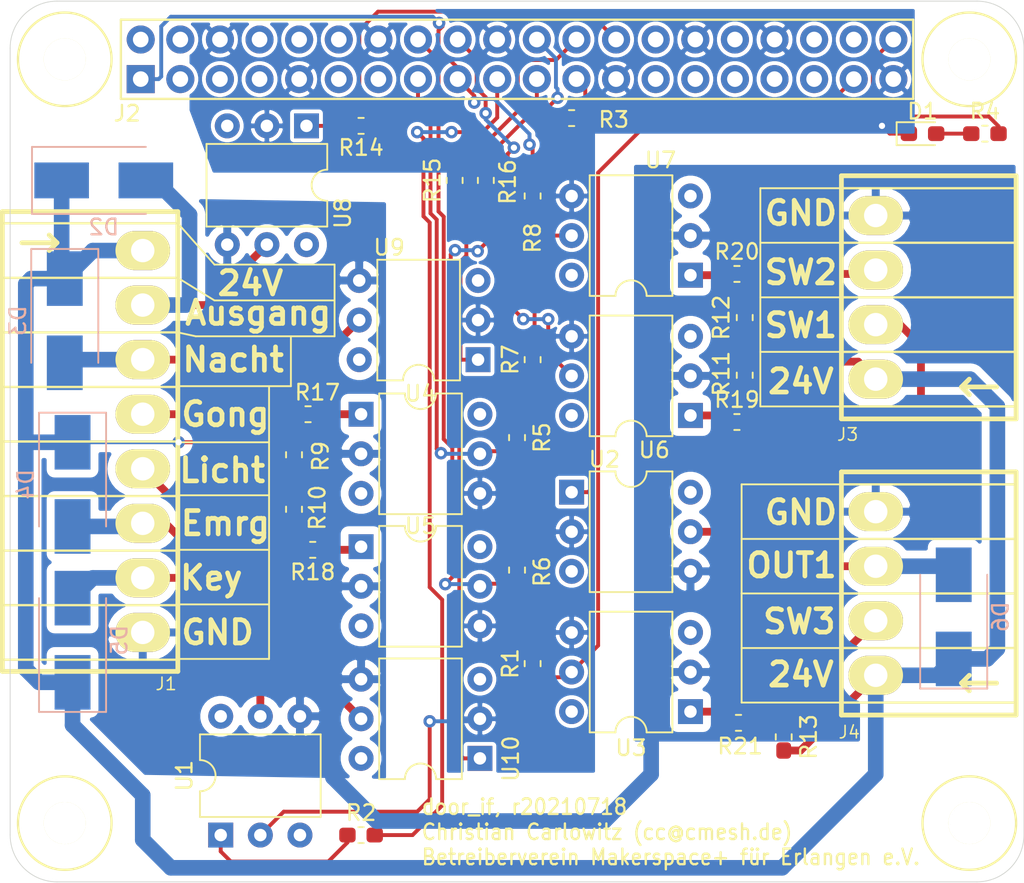
<source format=kicad_pcb>
(kicad_pcb (version 20171130) (host pcbnew 5.1.6-c6e7f7d~87~ubuntu18.04.1)
  (layers (0 F.Cu signal) (31 B.Cu signal) (34 B.Paste user) (35 F.Paste user) (36 B.SilkS user) (37 F.SilkS user) (38 B.Mask user) (39 F.Mask user) (44 Edge.Cuts user))
  (net 0 "")
  (net 1 GND)
  (net 2 "Net-(D1-Pad2)")
  (net 3 Ausgang)
  (net 4 +24V)
  (net 5 Nacht)
  (net 6 Emergency)
  (net 7 Key)
  (net 8 OUT1)
  (net 9 Gong)
  (net 10 Licht)
  (net 11 GNDA)
  (net 12 O_Ausgang)
  (net 13 O_Nacht)
  (net 14 O_Out1)
  (net 15 I_SW2)
  (net 16 O_Emergency)
  (net 17 O_Key)
  (net 18 I_SW1)
  (net 19 +3V3)
  (net 20 I_Licht)
  (net 21 I_Gong)
  (net 22 O_LED)
  (net 23 I_SW3)
  (net 24 SW2)
  (net 25 SW1)
  (net 26 SW3)
  (net 27 "Net-(R2-Pad1)")
  (net 28 "Net-(R3-Pad1)")
  (net 29 "Net-(R14-Pad1)")
  (net 30 "Net-(R15-Pad1)")
  (net 31 "Net-(R16-Pad1)")
  (net 32 "Net-(J2-Pad13)")
  (net 33 "Net-(J2-Pad12)")
  (net 34 "Net-(J2-Pad11)")
  (net 35 "Net-(J2-Pad10)")
  (net 36 "Net-(J2-Pad8)")
  (net 37 "Net-(J2-Pad7)")
  (net 38 "Net-(J2-Pad5)")
  (net 39 "Net-(J2-Pad4)")
  (net 40 "Net-(J2-Pad3)")
  (net 41 "Net-(J2-Pad2)")
  (net 42 "Net-(J2-Pad27)")
  (net 43 "Net-(J2-Pad28)")
  (net 44 "Net-(J2-Pad29)")
  (net 45 "Net-(J2-Pad31)")
  (net 46 "Net-(J2-Pad32)")
  (net 47 "Net-(J2-Pad33)")
  (net 48 "Net-(J2-Pad35)")
  (net 49 "Net-(J2-Pad36)")
  (net 50 "Net-(J2-Pad38)")
  (net 51 "Net-(U1-Pad6)")
  (net 52 "Net-(U1-Pad3)")
  (net 53 "Net-(U2-Pad3)")
  (net 54 "Net-(U2-Pad6)")
  (net 55 "Net-(U3-Pad3)")
  (net 56 "Net-(U3-Pad6)")
  (net 57 "Net-(U4-Pad6)")
  (net 58 "Net-(U4-Pad3)")
  (net 59 "Net-(U5-Pad3)")
  (net 60 "Net-(U5-Pad6)")
  (net 61 "Net-(U6-Pad6)")
  (net 62 "Net-(U6-Pad3)")
  (net 63 "Net-(U7-Pad3)")
  (net 64 "Net-(U7-Pad6)")
  (net 65 "Net-(U8-Pad6)")
  (net 66 "Net-(U8-Pad3)")
  (net 67 "Net-(U9-Pad3)")
  (net 68 "Net-(U9-Pad6)")
  (net 69 "Net-(U10-Pad6)")
  (net 70 "Net-(U10-Pad3)")
  (net 71 "Net-(R17-Pad1)")
  (net 72 "Net-(R18-Pad1)")
  (net 73 "Net-(R19-Pad1)")
  (net 74 "Net-(R20-Pad1)")
  (net 75 "Net-(R21-Pad1)")
  (module LED_SMD:LED_0603_1608Metric_Pad1.05x0.95mm_HandSolder (layer F.Cu) (at 146 67.5)
    (fp_text reference D1 (at 0 -1.43) (layer F.SilkS))
    (fp_text value LED)
    (pad 1 smd roundrect (at -0.875 0) (size 1.05 0.95) (layers F.Cu F.Paste F.Mask) (net 1 GND))
    (pad 2 smd roundrect (at 0.875 0) (size 1.05 0.95) (layers F.Cu F.Paste F.Mask) (net 2 "Net-(D1-Pad2)"))
  )
  (module Diode_SMD:D_SMB_Handsoldering (layer B.Cu) (at 93.5 70.5)
    (fp_text reference D2 (at 0 3) (layer B.SilkS) (effects (justify mirror)))
    (fp_text value MBRS240)
    (pad 2 smd rect (at 2.7 0) (size 3.5 2.3) (layers B.Cu B.Paste B.Mask) (net 3 Ausgang))
    (pad 1 smd rect (at -2.7 0) (size 3.5 2.3) (layers B.Cu B.Paste B.Mask) (net 4 +24V))
  )
  (module Diode_SMD:D_SMB_Handsoldering (layer B.Cu) (at 91 79.5 270)
    (fp_text reference D3 (at 0 3 90) (layer B.SilkS) (effects (justify mirror)))
    (fp_text value MBRS240)
    (pad 1 smd rect (at -2.7 0 270) (size 3.5 2.3) (layers B.Cu B.Paste B.Mask) (net 4 +24V))
    (pad 2 smd rect (at 2.7 0 270) (size 3.5 2.3) (layers B.Cu B.Paste B.Mask) (net 5 Nacht))
  )
  (module Diode_SMD:D_SMB_Handsoldering (layer B.Cu) (at 91.5 90 270)
    (fp_text reference D4 (at 0 3 90) (layer B.SilkS) (effects (justify mirror)))
    (fp_text value MBRS240)
    (pad 2 smd rect (at 2.7 0 270) (size 3.5 2.3) (layers B.Cu B.Paste B.Mask) (net 6 Emergency))
    (pad 1 smd rect (at -2.7 0 270) (size 3.5 2.3) (layers B.Cu B.Paste B.Mask) (net 4 +24V))
  )
  (module Diode_SMD:D_SMB_Handsoldering (layer B.Cu) (at 91.5 100 90)
    (fp_text reference D5 (at 0 3 270) (layer B.SilkS) (effects (justify mirror)))
    (fp_text value MBRS240)
    (pad 1 smd rect (at -2.7 0 90) (size 3.5 2.3) (layers B.Cu B.Paste B.Mask) (net 4 +24V))
    (pad 2 smd rect (at 2.7 0 90) (size 3.5 2.3) (layers B.Cu B.Paste B.Mask) (net 7 Key))
  )
  (module Diode_SMD:D_SMB_Handsoldering (layer B.Cu) (at 148 98.5 90)
    (fp_text reference D6 (at 0 3 270) (layer B.SilkS) (effects (justify mirror)))
    (fp_text value MBRS240)
    (pad 1 smd rect (at -2.7 0 90) (size 3.5 2.3) (layers B.Cu B.Paste B.Mask) (net 4 +24V))
    (pad 2 smd rect (at 2.7 0 90) (size 3.5 2.3) (layers B.Cu B.Paste B.Mask) (net 8 OUT1))
  )
  (module cc_con-lst:con-ria-TYPE_182_169_8PIN (layer F.Cu) (at 96 75 270)
    (fp_text reference J1 (at 27.8 -1.5 180) (layer F.SilkS) (effects (font (size 0.8 0.8) (thickness 0.1))))
    (fp_text value Conn_01x08 hide)
    (pad 1 thru_hole oval (at 0 0 270) (size 2.5 3.5) (drill 1.5) (layers *.Cu *.Mask F.Paste F.SilkS) (net 4 +24V))
    (pad 2 thru_hole oval (at 3.49758 0 270) (size 2.5 3.5) (drill 1.5) (layers *.Cu *.Mask F.Paste F.SilkS) (net 3 Ausgang))
    (pad 3 thru_hole oval (at 6.9977 0 270) (size 2.5 3.5) (drill 1.5) (layers *.Cu *.Mask F.Paste F.SilkS) (net 5 Nacht))
    (pad 4 thru_hole oval (at 10.49782 0 270) (size 2.5 3.5) (drill 1.5) (layers *.Cu *.Mask F.Paste F.SilkS) (net 9 Gong))
    (pad 5 thru_hole oval (at 14 0 270) (size 2.5 3.5) (drill 1.5) (layers *.Cu *.Mask F.Paste F.SilkS) (net 10 Licht))
    (pad 6 thru_hole oval (at 17.5 0 270) (size 2.5 3.5) (drill 1.5) (layers *.Cu *.Mask F.Paste F.SilkS) (net 6 Emergency))
    (pad 7 thru_hole oval (at 21 0 270) (size 2.5 3.5) (drill 1.5) (layers *.Cu *.Mask F.Paste F.SilkS) (net 7 Key))
    (pad 8 thru_hole oval (at 24.5 0 270) (size 2.5 3.5) (drill 1.5) (layers *.Cu *.Mask F.Paste F.SilkS) (net 11 GNDA))
  )
  (module cc_rpi:CC_RPI_3_4 (layer F.Cu) (at 95.87 64)
    (fp_text reference J2 (at -0.87 2.2) (layer F.SilkS))
    (fp_text value Raspberry_Pi_2_3 hide)
    (pad "" np_thru_hole circle (at 53.13 47.73) (size 2.7 2.7) (drill 2.7) (layers *.Cu *.Mask F.SilkS))
    (pad "" np_thru_hole circle (at -4.87 47.73) (size 2.7 2.7) (drill 2.7) (layers *.Cu *.Mask F.SilkS))
    (pad "" np_thru_hole circle (at -4.87 -1.27) (size 2.7 2.7) (drill 2.7) (layers *.Cu *.Mask F.SilkS))
    (pad "" np_thru_hole circle (at 53.13 -1.27) (size 2.7 2.7) (drill 2.7) (layers *.Cu *.Mask F.SilkS))
    (pad 26 thru_hole circle (at 30.48 -2.54) (size 1.8 1.8) (drill 1) (layers *.Cu *.Mask) (net 12 O_Ausgang))
    (pad 25 thru_hole circle (at 30.48 0) (size 1.8 1.8) (drill 1) (layers *.Cu *.Mask) (net 1 GND))
    (pad 24 thru_hole circle (at 27.94 -2.54) (size 1.8 1.8) (drill 1) (layers *.Cu *.Mask) (net 13 O_Nacht))
    (pad 23 thru_hole circle (at 27.94 0) (size 1.8 1.8) (drill 1) (layers *.Cu *.Mask) (net 14 O_Out1))
    (pad 22 thru_hole circle (at 25.4 -2.54) (size 1.8 1.8) (drill 1) (layers *.Cu *.Mask) (net 15 I_SW2))
    (pad 21 thru_hole circle (at 25.4 0) (size 1.8 1.8) (drill 1) (layers *.Cu *.Mask) (net 16 O_Emergency))
    (pad 20 thru_hole circle (at 22.86 -2.54) (size 1.8 1.8) (drill 1) (layers *.Cu *.Mask) (net 1 GND))
    (pad 19 thru_hole circle (at 22.86 0) (size 1.8 1.8) (drill 1) (layers *.Cu *.Mask) (net 17 O_Key))
    (pad 18 thru_hole circle (at 20.32 -2.54) (size 1.8 1.8) (drill 1) (layers *.Cu *.Mask) (net 18 I_SW1))
    (pad 17 thru_hole circle (at 20.32 0) (size 1.8 1.8) (drill 1) (layers *.Cu *.Mask) (net 19 +3V3))
    (pad 16 thru_hole circle (at 17.78 -2.54) (size 1.8 1.8) (drill 1) (layers *.Cu *.Mask) (net 20 I_Licht))
    (pad 15 thru_hole circle (at 17.78 0) (size 1.8 1.8) (drill 1) (layers *.Cu *.Mask) (net 21 I_Gong))
    (pad 14 thru_hole circle (at 15.24 -2.54) (size 1.8 1.8) (drill 1) (layers *.Cu *.Mask) (net 1 GND))
    (pad 13 thru_hole circle (at 15.24 0) (size 1.8 1.8) (drill 1) (layers *.Cu *.Mask) (net 32 "Net-(J2-Pad13)"))
    (pad 12 thru_hole circle (at 12.7 -2.54) (size 1.8 1.8) (drill 1) (layers *.Cu *.Mask) (net 33 "Net-(J2-Pad12)"))
    (pad 11 thru_hole circle (at 12.7 0) (size 1.8 1.8) (drill 1) (layers *.Cu *.Mask) (net 34 "Net-(J2-Pad11)"))
    (pad 10 thru_hole circle (at 10.16 -2.54) (size 1.8 1.8) (drill 1) (layers *.Cu *.Mask) (net 35 "Net-(J2-Pad10)"))
    (pad 9 thru_hole circle (at 10.16 0) (size 1.8 1.8) (drill 1) (layers *.Cu *.Mask) (net 1 GND))
    (pad 8 thru_hole circle (at 7.62 -2.54) (size 1.8 1.8) (drill 1) (layers *.Cu *.Mask) (net 36 "Net-(J2-Pad8)"))
    (pad 7 thru_hole circle (at 7.62 0) (size 1.8 1.8) (drill 1) (layers *.Cu *.Mask) (net 37 "Net-(J2-Pad7)"))
    (pad 6 thru_hole circle (at 5.08 -2.54) (size 1.8 1.8) (drill 1) (layers *.Cu *.Mask) (net 1 GND))
    (pad 5 thru_hole circle (at 5.08 0) (size 1.8 1.8) (drill 1) (layers *.Cu *.Mask) (net 38 "Net-(J2-Pad5)"))
    (pad 4 thru_hole circle (at 2.54 -2.54) (size 1.8 1.8) (drill 1) (layers *.Cu *.Mask) (net 39 "Net-(J2-Pad4)"))
    (pad 3 thru_hole circle (at 2.54 0) (size 1.8 1.8) (drill 1) (layers *.Cu *.Mask) (net 40 "Net-(J2-Pad3)"))
    (pad 2 thru_hole circle (at 0 -2.54) (size 1.8 1.8) (drill 1) (layers *.Cu *.Mask) (net 41 "Net-(J2-Pad2)"))
    (pad 1 thru_hole rect (at 0 0) (size 1.8 1.8) (drill 1) (layers *.Cu *.Mask) (net 19 +3V3))
    (pad 27 thru_hole circle (at 33.02 0) (size 1.8 1.8) (drill 1) (layers *.Cu *.Mask) (net 42 "Net-(J2-Pad27)"))
    (pad 28 thru_hole circle (at 33.02 -2.54) (size 1.8 1.8) (drill 1) (layers *.Cu *.Mask) (net 43 "Net-(J2-Pad28)"))
    (pad 29 thru_hole circle (at 35.56 0) (size 1.8 1.8) (drill 1) (layers *.Cu *.Mask) (net 44 "Net-(J2-Pad29)"))
    (pad 30 thru_hole circle (at 35.56 -2.54) (size 1.8 1.8) (drill 1) (layers *.Cu *.Mask) (net 1 GND))
    (pad 31 thru_hole circle (at 38.1 0) (size 1.8 1.8) (drill 1) (layers *.Cu *.Mask) (net 45 "Net-(J2-Pad31)"))
    (pad 32 thru_hole circle (at 38.1 -2.54) (size 1.8 1.8) (drill 1) (layers *.Cu *.Mask) (net 46 "Net-(J2-Pad32)"))
    (pad 33 thru_hole circle (at 40.64 0) (size 1.8 1.8) (drill 1) (layers *.Cu *.Mask) (net 47 "Net-(J2-Pad33)"))
    (pad 34 thru_hole circle (at 40.64 -2.54) (size 1.8 1.8) (drill 1) (layers *.Cu *.Mask) (net 1 GND))
    (pad 35 thru_hole circle (at 43.18 0) (size 1.8 1.8) (drill 1) (layers *.Cu *.Mask) (net 48 "Net-(J2-Pad35)"))
    (pad 36 thru_hole circle (at 43.18 -2.54) (size 1.8 1.8) (drill 1) (layers *.Cu *.Mask) (net 49 "Net-(J2-Pad36)"))
    (pad 37 thru_hole circle (at 45.72 0) (size 1.8 1.8) (drill 1) (layers *.Cu *.Mask) (net 23 I_SW3))
    (pad 38 thru_hole circle (at 45.72 -2.54) (size 1.8 1.8) (drill 1) (layers *.Cu *.Mask) (net 50 "Net-(J2-Pad38)"))
    (pad 39 thru_hole circle (at 48.26 0) (size 1.8 1.8) (drill 1) (layers *.Cu *.Mask) (net 1 GND))
    (pad 40 thru_hole circle (at 48.26 -2.54) (size 1.8 1.8) (drill 1) (layers *.Cu *.Mask) (net 22 O_LED))
  )
  (module cc_con-lst:con-ria-TYPE_182_169_4PIN (layer F.Cu) (at 143 78 90)
    (fp_text reference J3 (at -8.8 -1.8 180) (layer F.SilkS) (effects (font (size 0.8 0.8) (thickness 0.1))))
    (fp_text value Conn_01x04 hide)
    (pad 4 thru_hole oval (at 5.24782 0 90) (size 2.5 3.5) (drill 1.5) (layers *.Cu *.Mask F.Paste F.SilkS) (net 11 GNDA))
    (pad 3 thru_hole oval (at 1.7477 0 90) (size 2.5 3.5) (drill 1.5) (layers *.Cu *.Mask F.Paste F.SilkS) (net 24 SW2))
    (pad 2 thru_hole oval (at -1.75242 0 90) (size 2.5 3.5) (drill 1.5) (layers *.Cu *.Mask F.Paste F.SilkS) (net 25 SW1))
    (pad 1 thru_hole oval (at -5.25 0 90) (size 2.5 3.5) (drill 1.5) (layers *.Cu *.Mask F.Paste F.SilkS) (net 4 +24V))
  )
  (module cc_con-lst:con-ria-TYPE_182_169_4PIN (layer F.Cu) (at 143 97 90)
    (fp_text reference J4 (at -8.9 -1.7 180) (layer F.SilkS) (effects (font (size 0.8 0.8) (thickness 0.1))))
    (fp_text value Conn_01x04 hide)
    (pad 1 thru_hole oval (at -5.25 0 90) (size 2.5 3.5) (drill 1.5) (layers *.Cu *.Mask F.Paste F.SilkS) (net 4 +24V))
    (pad 2 thru_hole oval (at -1.75242 0 90) (size 2.5 3.5) (drill 1.5) (layers *.Cu *.Mask F.Paste F.SilkS) (net 26 SW3))
    (pad 3 thru_hole oval (at 1.7477 0 90) (size 2.5 3.5) (drill 1.5) (layers *.Cu *.Mask F.Paste F.SilkS) (net 8 OUT1))
    (pad 4 thru_hole oval (at 5.24782 0 90) (size 2.5 3.5) (drill 1.5) (layers *.Cu *.Mask F.Paste F.SilkS) (net 11 GNDA))
  )
  (module Resistor_SMD:R_0603_1608Metric_Pad1.05x0.95mm_HandSolder (layer F.Cu) (at 121 101.5 90)
    (fp_text reference R1 (at 0 -1.43 90) (layer F.SilkS))
    (fp_text value 10k)
    (pad 2 smd roundrect (at 0.875 0 90) (size 1.05 0.95) (layers F.Cu F.Paste F.Mask) (net 19 +3V3))
    (pad 1 smd roundrect (at -0.875 0 90) (size 1.05 0.95) (layers F.Cu F.Paste F.Mask) (net 23 I_SW3))
  )
  (module Resistor_SMD:R_0603_1608Metric_Pad1.05x0.95mm_HandSolder (layer F.Cu) (at 110 112.5)
    (fp_text reference R2 (at 0 -1.43) (layer F.SilkS))
    (fp_text value 220)
    (pad 2 smd roundrect (at 0.875 0) (size 1.05 0.95) (layers F.Cu F.Paste F.Mask) (net 17 O_Key))
    (pad 1 smd roundrect (at -0.875 0) (size 1.05 0.95) (layers F.Cu F.Paste F.Mask) (net 27 "Net-(R2-Pad1)"))
  )
  (module Resistor_SMD:R_0603_1608Metric_Pad1.05x0.95mm_HandSolder (layer F.Cu) (at 123.5 66.5)
    (fp_text reference R3 (at 2.7 0.1) (layer F.SilkS))
    (fp_text value 220)
    (pad 1 smd roundrect (at -0.875 0) (size 1.05 0.95) (layers F.Cu F.Paste F.Mask) (net 28 "Net-(R3-Pad1)"))
    (pad 2 smd roundrect (at 0.875 0) (size 1.05 0.95) (layers F.Cu F.Paste F.Mask) (net 14 O_Out1))
  )
  (module Resistor_SMD:R_0603_1608Metric_Pad1.05x0.95mm_HandSolder (layer F.Cu) (at 150 67.5)
    (fp_text reference R4 (at 0 -1.43) (layer F.SilkS))
    (fp_text value 470)
    (pad 2 smd roundrect (at 0.875 0) (size 1.05 0.95) (layers F.Cu F.Paste F.Mask) (net 22 O_LED))
    (pad 1 smd roundrect (at -0.875 0) (size 1.05 0.95) (layers F.Cu F.Paste F.Mask) (net 2 "Net-(D1-Pad2)"))
  )
  (module Resistor_SMD:R_0603_1608Metric_Pad1.05x0.95mm_HandSolder (layer F.Cu) (at 120 87 90)
    (fp_text reference R5 (at 0 1.6 90) (layer F.SilkS))
    (fp_text value 10k)
    (pad 2 smd roundrect (at 0.875 0 90) (size 1.05 0.95) (layers F.Cu F.Paste F.Mask) (net 19 +3V3))
    (pad 1 smd roundrect (at -0.875 0 90) (size 1.05 0.95) (layers F.Cu F.Paste F.Mask) (net 21 I_Gong))
  )
  (module Resistor_SMD:R_0603_1608Metric_Pad1.05x0.95mm_HandSolder (layer F.Cu) (at 120 95.5 90)
    (fp_text reference R6 (at -0.1 1.6 90) (layer F.SilkS))
    (fp_text value 10k)
    (pad 2 smd roundrect (at 0.875 0 90) (size 1.05 0.95) (layers F.Cu F.Paste F.Mask) (net 19 +3V3))
    (pad 1 smd roundrect (at -0.875 0 90) (size 1.05 0.95) (layers F.Cu F.Paste F.Mask) (net 20 I_Licht))
  )
  (module Resistor_SMD:R_0603_1608Metric_Pad1.05x0.95mm_HandSolder (layer F.Cu) (at 121 82 90)
    (fp_text reference R7 (at 0 -1.43 90) (layer F.SilkS))
    (fp_text value 10k)
    (pad 1 smd roundrect (at -0.875 0 90) (size 1.05 0.95) (layers F.Cu F.Paste F.Mask) (net 18 I_SW1))
    (pad 2 smd roundrect (at 0.875 0 90) (size 1.05 0.95) (layers F.Cu F.Paste F.Mask) (net 19 +3V3))
  )
  (module Resistor_SMD:R_0603_1608Metric_Pad1.05x0.95mm_HandSolder (layer F.Cu) (at 121 71.5 90)
    (fp_text reference R8 (at -2.7 0 90) (layer F.SilkS))
    (fp_text value 10k)
    (pad 2 smd roundrect (at 0.875 0 90) (size 1.05 0.95) (layers F.Cu F.Paste F.Mask) (net 19 +3V3))
    (pad 1 smd roundrect (at -0.875 0 90) (size 1.05 0.95) (layers F.Cu F.Paste F.Mask) (net 15 I_SW2))
  )
  (module Resistor_SMD:R_0603_1608Metric_Pad1.05x0.95mm_HandSolder (layer F.Cu) (at 105.7 88.1 270)
    (fp_text reference R9 (at 0.1 -1.7 90) (layer F.SilkS))
    (fp_text value 22k)
    (pad 2 smd roundrect (at 0.875 0 270) (size 1.05 0.95) (layers F.Cu F.Paste F.Mask) (net 4 +24V))
    (pad 1 smd roundrect (at -0.875 0 270) (size 1.05 0.95) (layers F.Cu F.Paste F.Mask) (net 9 Gong))
  )
  (module Resistor_SMD:R_0603_1608Metric_Pad1.05x0.95mm_HandSolder (layer F.Cu) (at 105.7 91.6 90)
    (fp_text reference R10 (at 0.1 1.5 90) (layer F.SilkS))
    (fp_text value 22k)
    (pad 1 smd roundrect (at -0.875 0 90) (size 1.05 0.95) (layers F.Cu F.Paste F.Mask) (net 10 Licht))
    (pad 2 smd roundrect (at 0.875 0 90) (size 1.05 0.95) (layers F.Cu F.Paste F.Mask) (net 4 +24V))
  )
  (module Resistor_SMD:R_0603_1608Metric_Pad1.05x0.95mm_HandSolder (layer F.Cu) (at 134.6 83 90)
    (fp_text reference R11 (at 0.1 -1.5 90) (layer F.SilkS))
    (fp_text value 22k)
    (pad 2 smd roundrect (at 0.875 0 90) (size 1.05 0.95) (layers F.Cu F.Paste F.Mask) (net 4 +24V))
    (pad 1 smd roundrect (at -0.875 0 90) (size 1.05 0.95) (layers F.Cu F.Paste F.Mask) (net 25 SW1))
  )
  (module Resistor_SMD:R_0603_1608Metric_Pad1.05x0.95mm_HandSolder (layer F.Cu) (at 134.6 79.3 270)
    (fp_text reference R12 (at 0 1.5 90) (layer F.SilkS))
    (fp_text value 22k)
    (pad 1 smd roundrect (at -0.875 0 270) (size 1.05 0.95) (layers F.Cu F.Paste F.Mask) (net 24 SW2))
    (pad 2 smd roundrect (at 0.875 0 270) (size 1.05 0.95) (layers F.Cu F.Paste F.Mask) (net 4 +24V))
  )
  (module Resistor_SMD:R_0603_1608Metric_Pad1.05x0.95mm_HandSolder (layer F.Cu) (at 137.1 106.2 270)
    (fp_text reference R13 (at 0 -1.6 90) (layer F.SilkS))
    (fp_text value 22k)
    (pad 1 smd roundrect (at -0.875 0 270) (size 1.05 0.95) (layers F.Cu F.Paste F.Mask) (net 26 SW3))
    (pad 2 smd roundrect (at 0.875 0 270) (size 1.05 0.95) (layers F.Cu F.Paste F.Mask) (net 4 +24V))
  )
  (module Resistor_SMD:R_0603_1608Metric_Pad1.05x0.95mm_HandSolder (layer F.Cu) (at 110 67)
    (fp_text reference R14 (at 0 1.4) (layer F.SilkS))
    (fp_text value 220)
    (pad 1 smd roundrect (at -0.875 0) (size 1.05 0.95) (layers F.Cu F.Paste F.Mask) (net 29 "Net-(R14-Pad1)"))
    (pad 2 smd roundrect (at 0.875 0) (size 1.05 0.95) (layers F.Cu F.Paste F.Mask) (net 12 O_Ausgang))
  )
  (module Resistor_SMD:R_0603_1608Metric_Pad1.05x0.95mm_HandSolder (layer F.Cu) (at 116 70.5 90)
    (fp_text reference R15 (at 0 -1.43 90) (layer F.SilkS))
    (fp_text value 220)
    (pad 1 smd roundrect (at -0.875 0 90) (size 1.05 0.95) (layers F.Cu F.Paste F.Mask) (net 30 "Net-(R15-Pad1)"))
    (pad 2 smd roundrect (at 0.875 0 90) (size 1.05 0.95) (layers F.Cu F.Paste F.Mask) (net 13 O_Nacht))
  )
  (module Resistor_SMD:R_0603_1608Metric_Pad1.05x0.95mm_HandSolder (layer F.Cu) (at 118 70.5 90)
    (fp_text reference R16 (at -0.1 1.4 90) (layer F.SilkS))
    (fp_text value 220)
    (pad 1 smd roundrect (at -0.875 0 90) (size 1.05 0.95) (layers F.Cu F.Paste F.Mask) (net 31 "Net-(R16-Pad1)"))
    (pad 2 smd roundrect (at 0.875 0 90) (size 1.05 0.95) (layers F.Cu F.Paste F.Mask) (net 16 O_Emergency))
  )
  (module Package_DIP:DIP-6_W7.62mm (layer F.Cu) (at 101 112.5 90)
    (fp_text reference U1 (at 3.81 -2.33 90) (layer F.SilkS))
    (fp_text value 4N32)
    (pad 6 thru_hole oval (at 7.62 0 90) (size 1.6 1.6) (drill 0.8) (layers *.Cu *.Mask) (net 51 "Net-(U1-Pad6)"))
    (pad 3 thru_hole oval (at 0 5.08 90) (size 1.6 1.6) (drill 0.8) (layers *.Cu *.Mask) (net 52 "Net-(U1-Pad3)"))
    (pad 5 thru_hole oval (at 7.62 2.54 90) (size 1.6 1.6) (drill 0.8) (layers *.Cu *.Mask) (net 7 Key))
    (pad 2 thru_hole oval (at 0 2.54 90) (size 1.6 1.6) (drill 0.8) (layers *.Cu *.Mask) (net 1 GND))
    (pad 4 thru_hole oval (at 7.62 5.08 90) (size 1.6 1.6) (drill 0.8) (layers *.Cu *.Mask) (net 11 GNDA))
    (pad 1 thru_hole rect (at 0 0 90) (size 1.6 1.6) (drill 0.8) (layers *.Cu *.Mask) (net 27 "Net-(R2-Pad1)"))
  )
  (module Package_DIP:DIP-6_W7.62mm (layer F.Cu) (at 123.5 90.5)
    (fp_text reference U2 (at 2.1 -2.1) (layer F.SilkS))
    (fp_text value 4N32)
    (pad 1 thru_hole rect (at 0 0) (size 1.6 1.6) (drill 0.8) (layers *.Cu *.Mask) (net 28 "Net-(R3-Pad1)"))
    (pad 4 thru_hole oval (at 7.62 5.08) (size 1.6 1.6) (drill 0.8) (layers *.Cu *.Mask) (net 11 GNDA))
    (pad 2 thru_hole oval (at 0 2.54) (size 1.6 1.6) (drill 0.8) (layers *.Cu *.Mask) (net 1 GND))
    (pad 5 thru_hole oval (at 7.62 2.54) (size 1.6 1.6) (drill 0.8) (layers *.Cu *.Mask) (net 8 OUT1))
    (pad 3 thru_hole oval (at 0 5.08) (size 1.6 1.6) (drill 0.8) (layers *.Cu *.Mask) (net 53 "Net-(U2-Pad3)"))
    (pad 6 thru_hole oval (at 7.62 0) (size 1.6 1.6) (drill 0.8) (layers *.Cu *.Mask) (net 54 "Net-(U2-Pad6)"))
  )
  (module Package_DIP:DIP-6_W7.62mm (layer F.Cu) (at 131.12 104.58 180)
    (fp_text reference U3 (at 3.81 -2.33) (layer F.SilkS))
    (fp_text value 4N32)
    (pad 1 thru_hole rect (at 0 0 180) (size 1.6 1.6) (drill 0.8) (layers *.Cu *.Mask) (net 75 "Net-(R21-Pad1)"))
    (pad 4 thru_hole oval (at 7.62 5.08 180) (size 1.6 1.6) (drill 0.8) (layers *.Cu *.Mask) (net 1 GND))
    (pad 2 thru_hole oval (at 0 2.54 180) (size 1.6 1.6) (drill 0.8) (layers *.Cu *.Mask) (net 11 GNDA))
    (pad 5 thru_hole oval (at 7.62 2.54 180) (size 1.6 1.6) (drill 0.8) (layers *.Cu *.Mask) (net 23 I_SW3))
    (pad 3 thru_hole oval (at 0 5.08 180) (size 1.6 1.6) (drill 0.8) (layers *.Cu *.Mask) (net 55 "Net-(U3-Pad3)"))
    (pad 6 thru_hole oval (at 7.62 0 180) (size 1.6 1.6) (drill 0.8) (layers *.Cu *.Mask) (net 56 "Net-(U3-Pad6)"))
  )
  (module Package_DIP:DIP-6_W7.62mm (layer F.Cu) (at 110 85.5)
    (fp_text reference U4 (at 3.81 -1.33) (layer F.SilkS))
    (fp_text value 4N32)
    (pad 6 thru_hole oval (at 7.62 0) (size 1.6 1.6) (drill 0.8) (layers *.Cu *.Mask) (net 57 "Net-(U4-Pad6)"))
    (pad 3 thru_hole oval (at 0 5.08) (size 1.6 1.6) (drill 0.8) (layers *.Cu *.Mask) (net 58 "Net-(U4-Pad3)"))
    (pad 5 thru_hole oval (at 7.62 2.54) (size 1.6 1.6) (drill 0.8) (layers *.Cu *.Mask) (net 21 I_Gong))
    (pad 2 thru_hole oval (at 0 2.54) (size 1.6 1.6) (drill 0.8) (layers *.Cu *.Mask) (net 11 GNDA))
    (pad 4 thru_hole oval (at 7.62 5.08) (size 1.6 1.6) (drill 0.8) (layers *.Cu *.Mask) (net 1 GND))
    (pad 1 thru_hole rect (at 0 0) (size 1.6 1.6) (drill 0.8) (layers *.Cu *.Mask) (net 71 "Net-(R17-Pad1)"))
  )
  (module Package_DIP:DIP-6_W7.62mm (layer F.Cu) (at 110 94)
    (fp_text reference U5 (at 3.81 -1.33) (layer F.SilkS))
    (fp_text value 4N32)
    (pad 1 thru_hole rect (at 0 0) (size 1.6 1.6) (drill 0.8) (layers *.Cu *.Mask) (net 72 "Net-(R18-Pad1)"))
    (pad 4 thru_hole oval (at 7.62 5.08) (size 1.6 1.6) (drill 0.8) (layers *.Cu *.Mask) (net 1 GND))
    (pad 2 thru_hole oval (at 0 2.54) (size 1.6 1.6) (drill 0.8) (layers *.Cu *.Mask) (net 11 GNDA))
    (pad 5 thru_hole oval (at 7.62 2.54) (size 1.6 1.6) (drill 0.8) (layers *.Cu *.Mask) (net 20 I_Licht))
    (pad 3 thru_hole oval (at 0 5.08) (size 1.6 1.6) (drill 0.8) (layers *.Cu *.Mask) (net 59 "Net-(U5-Pad3)"))
    (pad 6 thru_hole oval (at 7.62 0) (size 1.6 1.6) (drill 0.8) (layers *.Cu *.Mask) (net 60 "Net-(U5-Pad6)"))
  )
  (module Package_DIP:DIP-6_W7.62mm (layer F.Cu) (at 131.12 85.58 180)
    (fp_text reference U6 (at 2.32 -2.22) (layer F.SilkS))
    (fp_text value 4N32)
    (pad 6 thru_hole oval (at 7.62 0 180) (size 1.6 1.6) (drill 0.8) (layers *.Cu *.Mask) (net 61 "Net-(U6-Pad6)"))
    (pad 3 thru_hole oval (at 0 5.08 180) (size 1.6 1.6) (drill 0.8) (layers *.Cu *.Mask) (net 62 "Net-(U6-Pad3)"))
    (pad 5 thru_hole oval (at 7.62 2.54 180) (size 1.6 1.6) (drill 0.8) (layers *.Cu *.Mask) (net 18 I_SW1))
    (pad 2 thru_hole oval (at 0 2.54 180) (size 1.6 1.6) (drill 0.8) (layers *.Cu *.Mask) (net 11 GNDA))
    (pad 4 thru_hole oval (at 7.62 5.08 180) (size 1.6 1.6) (drill 0.8) (layers *.Cu *.Mask) (net 1 GND))
    (pad 1 thru_hole rect (at 0 0 180) (size 1.6 1.6) (drill 0.8) (layers *.Cu *.Mask) (net 73 "Net-(R19-Pad1)"))
  )
  (module Package_DIP:DIP-6_W7.62mm (layer F.Cu) (at 131.12 76.58 180)
    (fp_text reference U7 (at 1.92 7.38) (layer F.SilkS))
    (fp_text value 4N32)
    (pad 1 thru_hole rect (at 0 0 180) (size 1.6 1.6) (drill 0.8) (layers *.Cu *.Mask) (net 74 "Net-(R20-Pad1)"))
    (pad 4 thru_hole oval (at 7.62 5.08 180) (size 1.6 1.6) (drill 0.8) (layers *.Cu *.Mask) (net 1 GND))
    (pad 2 thru_hole oval (at 0 2.54 180) (size 1.6 1.6) (drill 0.8) (layers *.Cu *.Mask) (net 11 GNDA))
    (pad 5 thru_hole oval (at 7.62 2.54 180) (size 1.6 1.6) (drill 0.8) (layers *.Cu *.Mask) (net 15 I_SW2))
    (pad 3 thru_hole oval (at 0 5.08 180) (size 1.6 1.6) (drill 0.8) (layers *.Cu *.Mask) (net 63 "Net-(U7-Pad3)"))
    (pad 6 thru_hole oval (at 7.62 0 180) (size 1.6 1.6) (drill 0.8) (layers *.Cu *.Mask) (net 64 "Net-(U7-Pad6)"))
  )
  (module Package_DIP:DIP-6_W7.62mm (layer F.Cu) (at 106.5 67 270)
    (fp_text reference U8 (at 5.6 -2.33 90) (layer F.SilkS))
    (fp_text value 4N32)
    (pad 6 thru_hole oval (at 7.62 0 270) (size 1.6 1.6) (drill 0.8) (layers *.Cu *.Mask) (net 65 "Net-(U8-Pad6)"))
    (pad 3 thru_hole oval (at 0 5.08 270) (size 1.6 1.6) (drill 0.8) (layers *.Cu *.Mask) (net 66 "Net-(U8-Pad3)"))
    (pad 5 thru_hole oval (at 7.62 2.54 270) (size 1.6 1.6) (drill 0.8) (layers *.Cu *.Mask) (net 3 Ausgang))
    (pad 2 thru_hole oval (at 0 2.54 270) (size 1.6 1.6) (drill 0.8) (layers *.Cu *.Mask) (net 1 GND))
    (pad 4 thru_hole oval (at 7.62 5.08 270) (size 1.6 1.6) (drill 0.8) (layers *.Cu *.Mask) (net 11 GNDA))
    (pad 1 thru_hole rect (at 0 0 270) (size 1.6 1.6) (drill 0.8) (layers *.Cu *.Mask) (net 29 "Net-(R14-Pad1)"))
  )
  (module Package_DIP:DIP-6_W7.62mm (layer F.Cu) (at 117.5 82 180)
    (fp_text reference U9 (at 5.7 7.2) (layer F.SilkS))
    (fp_text value 4N32)
    (pad 1 thru_hole rect (at 0 0 180) (size 1.6 1.6) (drill 0.8) (layers *.Cu *.Mask) (net 30 "Net-(R15-Pad1)"))
    (pad 4 thru_hole oval (at 7.62 5.08 180) (size 1.6 1.6) (drill 0.8) (layers *.Cu *.Mask) (net 11 GNDA))
    (pad 2 thru_hole oval (at 0 2.54 180) (size 1.6 1.6) (drill 0.8) (layers *.Cu *.Mask) (net 1 GND))
    (pad 5 thru_hole oval (at 7.62 2.54 180) (size 1.6 1.6) (drill 0.8) (layers *.Cu *.Mask) (net 5 Nacht))
    (pad 3 thru_hole oval (at 0 5.08 180) (size 1.6 1.6) (drill 0.8) (layers *.Cu *.Mask) (net 67 "Net-(U9-Pad3)"))
    (pad 6 thru_hole oval (at 7.62 0 180) (size 1.6 1.6) (drill 0.8) (layers *.Cu *.Mask) (net 68 "Net-(U9-Pad6)"))
  )
  (module Package_DIP:DIP-6_W7.62mm (layer F.Cu) (at 117.62 107.58 180)
    (fp_text reference U10 (at -1.98 -0.02 90) (layer F.SilkS))
    (fp_text value 4N32)
    (pad 6 thru_hole oval (at 7.62 0 180) (size 1.6 1.6) (drill 0.8) (layers *.Cu *.Mask) (net 69 "Net-(U10-Pad6)"))
    (pad 3 thru_hole oval (at 0 5.08 180) (size 1.6 1.6) (drill 0.8) (layers *.Cu *.Mask) (net 70 "Net-(U10-Pad3)"))
    (pad 5 thru_hole oval (at 7.62 2.54 180) (size 1.6 1.6) (drill 0.8) (layers *.Cu *.Mask) (net 6 Emergency))
    (pad 2 thru_hole oval (at 0 2.54 180) (size 1.6 1.6) (drill 0.8) (layers *.Cu *.Mask) (net 1 GND))
    (pad 4 thru_hole oval (at 7.62 5.08 180) (size 1.6 1.6) (drill 0.8) (layers *.Cu *.Mask) (net 11 GNDA))
    (pad 1 thru_hole rect (at 0 0 180) (size 1.6 1.6) (drill 0.8) (layers *.Cu *.Mask) (net 31 "Net-(R16-Pad1)"))
  )
  (module Resistor_SMD:R_0603_1608Metric_Pad1.05x0.95mm_HandSolder (layer F.Cu) (at 106.6 85.5 180)
    (fp_text reference R17 (at -0.6 1.4) (layer F.SilkS))
    (fp_text value 0)
    (pad 1 smd roundrect (at -0.875 0 180) (size 1.05 0.95) (layers F.Cu F.Paste F.Mask) (net 71 "Net-(R17-Pad1)"))
    (pad 2 smd roundrect (at 0.875 0 180) (size 1.05 0.95) (layers F.Cu F.Paste F.Mask) (net 9 Gong))
  )
  (module Resistor_SMD:R_0603_1608Metric_Pad1.05x0.95mm_HandSolder (layer F.Cu) (at 106.9 94.2 180)
    (fp_text reference R18 (at 0 -1.43) (layer F.SilkS))
    (fp_text value 0)
    (pad 2 smd roundrect (at 0.875 0 180) (size 1.05 0.95) (layers F.Cu F.Paste F.Mask) (net 10 Licht))
    (pad 1 smd roundrect (at -0.875 0 180) (size 1.05 0.95) (layers F.Cu F.Paste F.Mask) (net 72 "Net-(R18-Pad1)"))
  )
  (module Resistor_SMD:R_0603_1608Metric_Pad1.05x0.95mm_HandSolder (layer F.Cu) (at 134.1 86)
    (fp_text reference R19 (at 0 -1.43) (layer F.SilkS))
    (fp_text value 0)
    (pad 1 smd roundrect (at -0.875 0) (size 1.05 0.95) (layers F.Cu F.Paste F.Mask) (net 73 "Net-(R19-Pad1)"))
    (pad 2 smd roundrect (at 0.875 0) (size 1.05 0.95) (layers F.Cu F.Paste F.Mask) (net 25 SW1))
  )
  (module Resistor_SMD:R_0603_1608Metric_Pad1.05x0.95mm_HandSolder (layer F.Cu) (at 134.1 76.5)
    (fp_text reference R20 (at 0 -1.43) (layer F.SilkS))
    (fp_text value 0)
    (pad 2 smd roundrect (at 0.875 0) (size 1.05 0.95) (layers F.Cu F.Paste F.Mask) (net 24 SW2))
    (pad 1 smd roundrect (at -0.875 0) (size 1.05 0.95) (layers F.Cu F.Paste F.Mask) (net 74 "Net-(R20-Pad1)"))
  )
  (module Resistor_SMD:R_0603_1608Metric_Pad1.05x0.95mm_HandSolder (layer F.Cu) (at 134.2 105.3)
    (fp_text reference R21 (at 0.1 1.5) (layer F.SilkS))
    (fp_text value 0)
    (pad 1 smd roundrect (at -0.875 0) (size 1.05 0.95) (layers F.Cu F.Paste F.Mask) (net 75 "Net-(R21-Pad1)"))
    (pad 2 smd roundrect (at 0.875 0) (size 1.05 0.95) (layers F.Cu F.Paste F.Mask) (net 26 SW3))
  )
  (gr_line (start 152.5 112.5) (end 152.5 62) (layer Edge.Cuts) (width 0.05))
  (gr_line (start 90.5 115.5) (end 149.5 115.5) (layer Edge.Cuts) (width 0.05))
  (gr_line (start 87.5 62) (end 87.5 112.5) (layer Edge.Cuts) (width 0.05))
  (gr_line (start 149.5 59) (end 90.5 59) (layer Edge.Cuts) (width 0.05))
  (gr_arc (start 149.5 62) (end 152.5 62) (angle -90) (layer Edge.Cuts) (width 0.05))
  (gr_arc (start 149.5 112.5) (end 149.5 115.5) (angle -90) (layer Edge.Cuts) (width 0.05))
  (gr_arc (start 90.5 112.5) (end 87.5 112.5) (angle -90) (layer Edge.Cuts) (width 0.05))
  (gr_arc (start 90.5 62) (end 90.5 59) (angle -90) (layer Edge.Cuts) (width 0.05))
  (gr_text "door_if, r20210718\nChristian Carlowitz (cc@cmesh.de)\nBetreiberverein Makerspace+ für Erlangen e.V." (at 113.8 112.3) (layer F.SilkS) (effects (font (size 1 0.9)) (justify left)))
  (gr_line (start 104.1 101.2) (end 98.3 101.2) (layer F.SilkS) (width 0.12))
  (gr_line (start 104.1 97.7) (end 104.1 101.2) (layer F.SilkS) (width 0.12))
  (gr_line (start 104.1 97.7) (end 98.4 97.7) (layer F.SilkS) (width 0.12))
  (gr_line (start 104.1 94.2) (end 104.1 97.7) (layer F.SilkS) (width 0.12))
  (gr_line (start 104.1 94.2) (end 98.3 94.2) (layer F.SilkS) (width 0.12))
  (gr_line (start 104.1 90.7) (end 104.1 94.2) (layer F.SilkS) (width 0.12))
  (gr_line (start 104.1 90.7) (end 98.4 90.7) (layer F.SilkS) (width 0.12))
  (gr_line (start 104.1 87.3) (end 104.1 90.7) (layer F.SilkS) (width 0.12))
  (gr_line (start 104.1 87.3) (end 98.4 87.3) (layer F.SilkS) (width 0.12))
  (gr_line (start 104.1 83.7) (end 104.1 87.3) (layer F.SilkS) (width 0.12))
  (gr_line (start 105.5 83.7) (end 98.3 83.7) (layer F.SilkS) (width 0.12))
  (gr_line (start 105.5 80.5) (end 105.5 83.7) (layer F.SilkS) (width 0.12))
  (gr_line (start 108.3 75.9) (end 108.3 78.2) (layer F.SilkS) (width 0.12))
  (gr_line (start 100.6 75.9) (end 108.3 75.9) (layer F.SilkS) (width 0.12))
  (gr_line (start 98.25 73.25) (end 100.6 75.9) (layer F.SilkS) (width 0.12))
  (gr_line (start 99.4 80.5) (end 98.25 80.25) (layer F.SilkS) (width 0.12))
  (gr_line (start 108.3 80.5) (end 99.4 80.5) (layer F.SilkS) (width 0.12))
  (gr_line (start 108.3 78.2) (end 108.3 80.5) (layer F.SilkS) (width 0.12))
  (gr_line (start 100.6 78.2) (end 108.3 78.2) (layer F.SilkS) (width 0.12))
  (gr_line (start 98.25 76.75) (end 100.6 78.2) (layer F.SilkS) (width 0.12))
  (gr_text 24V (at 102.9 77.1) (layer F.SilkS) (effects (font (size 1.5 1.5) (thickness 0.3))))
  (gr_text Ausgang (at 103.4 79) (layer F.SilkS) (effects (font (size 1.5 1.5) (thickness 0.3))))
  (gr_text Nacht (at 101.8 82) (layer F.SilkS) (effects (font (size 1.5 1.5) (thickness 0.3))))
  (gr_text Gong (at 101.3 85.5) (layer F.SilkS) (effects (font (size 1.5 1.5) (thickness 0.3))))
  (gr_text Licht (at 101.1 89.1) (layer F.SilkS) (effects (font (size 1.5 1.5) (thickness 0.3))))
  (gr_text Emrg (at 101.3 92.5) (layer F.SilkS) (effects (font (size 1.5 1.5) (thickness 0.3))))
  (gr_text Key (at 100.4 96) (layer F.SilkS) (effects (font (size 1.5 1.5) (thickness 0.3))))
  (gr_text GND (at 100.8 99.5) (layer F.SilkS) (effects (font (size 1.5 1.5) (thickness 0.3))))
  (gr_line (start 140.75 93.5) (end 134.4 93.5) (layer F.SilkS) (width 0.12))
  (gr_line (start 140.75 97) (end 134.4 97) (layer F.SilkS) (width 0.12))
  (gr_line (start 140.75 100.5) (end 134.4 100.5) (layer F.SilkS) (width 0.12))
  (gr_line (start 134.4 104) (end 140.75 104) (layer F.SilkS) (width 0.12))
  (gr_line (start 134.4 97) (end 134.4 104) (layer F.SilkS) (width 0.12))
  (gr_line (start 134.4 90) (end 134.4 97) (layer F.SilkS) (width 0.12))
  (gr_line (start 140.75 90) (end 134.4 90) (layer F.SilkS) (width 0.12))
  (gr_text 24V (at 138.2 102.2) (layer F.SilkS) (effects (font (size 1.5 1.5) (thickness 0.3))))
  (gr_text SW3 (at 138.1 98.8) (layer F.SilkS) (effects (font (size 1.5 1.5) (thickness 0.3))))
  (gr_text OUT1 (at 137.6 95.2) (layer F.SilkS) (effects (font (size 1.5 1.5) (thickness 0.3))))
  (gr_text GND (at 138.2 91.8) (layer F.SilkS) (effects (font (size 1.5 1.5) (thickness 0.3))))
  (gr_line (start 140.75 74.5) (end 135.6 74.5) (layer F.SilkS) (width 0.12))
  (gr_line (start 140.75 78) (end 135.6 78) (layer F.SilkS) (width 0.12))
  (gr_line (start 140.75 81.5) (end 135.6 81.5) (layer F.SilkS) (width 0.12))
  (gr_line (start 135.6 85) (end 140.75 85) (layer F.SilkS) (width 0.12))
  (gr_line (start 135.6 71) (end 135.6 85) (layer F.SilkS) (width 0.12))
  (gr_line (start 140.8 71) (end 135.6 71) (layer F.SilkS) (width 0.12))
  (gr_text 24V (at 138.2 83.4) (layer F.SilkS) (effects (font (size 1.5 1.5) (thickness 0.3))))
  (gr_text SW1 (at 138.2 79.8) (layer F.SilkS) (effects (font (size 1.5 1.5) (thickness 0.3))))
  (gr_text SW2 (at 138.2 76.4) (layer F.SilkS) (effects (font (size 1.5 1.5) (thickness 0.3))))
  (gr_text GND (at 138.2 72.6) (layer F.SilkS) (effects (font (size 1.5 1.5) (thickness 0.3))))
  (segment (start 103.54 112.5) (end 105.04 111) (width 0.25) (layer F.Cu) (net 1))
  (segment (start 105.04 111) (end 113.6 111) (width 0.25) (layer F.Cu) (net 1))
  (segment (start 114.4 110.2) (end 114.4 105.2) (width 0.25) (layer F.Cu) (net 1))
  (via (at 114.4 105.2) (size 0.8) (drill 0.4) (layers F.Cu B.Cu) (net 1))
  (segment (start 113.6 111) (end 114.4 110.2) (width 0.25) (layer F.Cu) (net 1))
  (segment (start 117.46 105.2) (end 117.62 105.04) (width 0.25) (layer B.Cu) (net 1))
  (segment (start 114.4 105.2) (end 117.46 105.2) (width 0.25) (layer B.Cu) (net 1))
  (via (at 143.4 67) (size 0.8) (drill 0.4) (layers F.Cu B.Cu) (net 1))
  (segment (start 143.9 67.5) (end 143.4 67) (width 0.25) (layer F.Cu) (net 1))
  (segment (start 145.125 67.5) (end 143.9 67.5) (width 0.25) (layer F.Cu) (net 1))
  (segment (start 146.875 67.5) (end 149.125 67.5) (width 0.25) (layer F.Cu) (net 2))
  (segment (start 96.8 70.5) (end 99 72.7) (width 1) (layer B.Cu) (net 3))
  (segment (start 96.2 70.5) (end 96.8 70.5) (width 1) (layer B.Cu) (net 3))
  (segment (start 98.75 78.49758) (end 96 78.49758) (width 1) (layer B.Cu) (net 3))
  (segment (start 99 78.24758) (end 98.75 78.49758) (width 1) (layer B.Cu) (net 3))
  (segment (start 99 72.7) (end 99 78.24758) (width 1) (layer B.Cu) (net 3))
  (segment (start 100.08242 78.49758) (end 103.96 74.62) (width 0.5) (layer F.Cu) (net 3))
  (segment (start 96 78.49758) (end 100.08242 78.49758) (width 0.5) (layer F.Cu) (net 3))
  (segment (start 90.8 76.6) (end 91 76.8) (width 1) (layer B.Cu) (net 4))
  (segment (start 90.8 70.5) (end 90.8 76.6) (width 1) (layer B.Cu) (net 4))
  (segment (start 88.85 76.8) (end 88.5 77.15) (width 1) (layer B.Cu) (net 4))
  (segment (start 91 76.8) (end 88.85 76.8) (width 1) (layer B.Cu) (net 4))
  (segment (start 89.35 102.7) (end 91.5 102.7) (width 1) (layer B.Cu) (net 4))
  (segment (start 88.5 101.85) (end 89.35 102.7) (width 1) (layer B.Cu) (net 4))
  (segment (start 88.7 87.3) (end 88.5 87.5) (width 1) (layer B.Cu) (net 4))
  (segment (start 91.5 87.3) (end 88.7 87.3) (width 1) (layer B.Cu) (net 4))
  (segment (start 88.5 87.5) (end 88.5 101.85) (width 1) (layer B.Cu) (net 4))
  (segment (start 88.5 77.15) (end 88.5 87.5) (width 1) (layer B.Cu) (net 4))
  (segment (start 92.8 75) (end 91 76.8) (width 1) (layer B.Cu) (net 4))
  (segment (start 96 75) (end 92.8 75) (width 1) (layer B.Cu) (net 4))
  (segment (start 146.95 102.25) (end 148 101.2) (width 1) (layer B.Cu) (net 4))
  (segment (start 143 102.25) (end 146.95 102.25) (width 1) (layer B.Cu) (net 4))
  (segment (start 91.5 105.45) (end 96 109.95) (width 1) (layer B.Cu) (net 4))
  (segment (start 91.5 102.7) (end 91.5 105.45) (width 1) (layer B.Cu) (net 4))
  (segment (start 96 109.95) (end 96 112.8) (width 1) (layer B.Cu) (net 4))
  (segment (start 96 112.8) (end 97.8 114.6) (width 1) (layer B.Cu) (net 4))
  (segment (start 97.8 114.6) (end 137 114.6) (width 1) (layer B.Cu) (net 4))
  (segment (start 143 108.6) (end 143 102.25) (width 1) (layer B.Cu) (net 4))
  (segment (start 137 114.6) (end 143 108.6) (width 1) (layer B.Cu) (net 4))
  (segment (start 150.15 101.2) (end 150.8 100.55) (width 1) (layer B.Cu) (net 4))
  (segment (start 148 101.2) (end 150.15 101.2) (width 1) (layer B.Cu) (net 4))
  (segment (start 150.8 100.55) (end 150.8 85) (width 1) (layer B.Cu) (net 4))
  (segment (start 149.05 83.25) (end 143 83.25) (width 1) (layer B.Cu) (net 4))
  (segment (start 150.8 85) (end 149.05 83.25) (width 1) (layer B.Cu) (net 4))
  (segment (start 134.6 80.175) (end 134.6 82.125) (width 0.5) (layer F.Cu) (net 4))
  (segment (start 141.875 82.125) (end 143 83.25) (width 0.5) (layer F.Cu) (net 4))
  (segment (start 134.6 82.125) (end 141.875 82.125) (width 0.5) (layer F.Cu) (net 4))
  (segment (start 138.175 107.075) (end 143 102.25) (width 0.5) (layer F.Cu) (net 4))
  (segment (start 137.1 107.075) (end 138.175 107.075) (width 0.5) (layer F.Cu) (net 4))
  (segment (start 105.7 88.975) (end 105.7 90.725) (width 0.5) (layer F.Cu) (net 4))
  (segment (start 91.5 87.3) (end 98.3 87.3) (width 0.25) (layer B.Cu) (net 4))
  (via (at 98.3 87.3) (size 0.8) (drill 0.4) (layers F.Cu B.Cu) (net 4))
  (segment (start 104.025 87.3) (end 105.7 88.975) (width 0.25) (layer F.Cu) (net 4))
  (segment (start 98.3 87.3) (end 104.025 87.3) (width 0.25) (layer F.Cu) (net 4))
  (segment (start 91.2023 81.9977) (end 91 82.2) (width 1) (layer B.Cu) (net 5))
  (segment (start 96 81.9977) (end 91.2023 81.9977) (width 1) (layer B.Cu) (net 5))
  (segment (start 107.3423 81.9977) (end 109.88 79.46) (width 0.5) (layer F.Cu) (net 5))
  (segment (start 96 81.9977) (end 107.3423 81.9977) (width 0.5) (layer F.Cu) (net 5))
  (segment (start 109.200001 104.240001) (end 110 105.04) (width 0.5) (layer F.Cu) (net 6))
  (segment (start 97.46 92.5) (end 109.200001 104.240001) (width 0.5) (layer F.Cu) (net 6))
  (segment (start 96 92.5) (end 97.46 92.5) (width 0.5) (layer F.Cu) (net 6))
  (segment (start 95.8 92.7) (end 96 92.5) (width 1) (layer B.Cu) (net 6))
  (segment (start 91.5 92.7) (end 95.8 92.7) (width 1) (layer B.Cu) (net 6))
  (segment (start 103.54 103.74863) (end 103.54 104.88) (width 0.5) (layer F.Cu) (net 7))
  (segment (start 103.54 101.29) (end 103.54 103.74863) (width 0.5) (layer F.Cu) (net 7))
  (segment (start 98.25 96) (end 103.54 101.29) (width 0.5) (layer F.Cu) (net 7))
  (segment (start 96 96) (end 98.25 96) (width 0.5) (layer F.Cu) (net 7))
  (segment (start 92.8 96) (end 91.5 97.3) (width 1) (layer B.Cu) (net 7))
  (segment (start 96 96) (end 92.8 96) (width 1) (layer B.Cu) (net 7))
  (segment (start 131.12 93.04) (end 136.84 93.04) (width 0.5) (layer F.Cu) (net 8))
  (segment (start 139.0523 95.2523) (end 143 95.2523) (width 0.5) (layer F.Cu) (net 8))
  (segment (start 136.84 93.04) (end 139.0523 95.2523) (width 0.5) (layer F.Cu) (net 8))
  (segment (start 147.4523 95.2523) (end 148 95.8) (width 1) (layer B.Cu) (net 8))
  (segment (start 143 95.2523) (end 147.4523 95.2523) (width 1) (layer B.Cu) (net 8))
  (segment (start 96.00218 85.5) (end 96 85.49782) (width 0.5) (layer F.Cu) (net 9))
  (segment (start 105.725 85.5) (end 96.00218 85.5) (width 0.5) (layer F.Cu) (net 9))
  (segment (start 105.7 85.525) (end 105.725 85.5) (width 0.5) (layer F.Cu) (net 9))
  (segment (start 105.7 87.225) (end 105.7 85.525) (width 0.5) (layer F.Cu) (net 9))
  (segment (start 99.475 92.475) (end 96 89) (width 0.5) (layer F.Cu) (net 10))
  (segment (start 105.7 92.475) (end 99.475 92.475) (width 0.5) (layer F.Cu) (net 10))
  (segment (start 105.7 93.875) (end 106.025 94.2) (width 0.5) (layer F.Cu) (net 10))
  (segment (start 105.7 92.475) (end 105.7 93.875) (width 0.5) (layer F.Cu) (net 10))
  (segment (start 108.2 108.4) (end 108.2 108.8) (width 1) (layer B.Cu) (net 11))
  (segment (start 108.2 108.8) (end 111 111.6) (width 1) (layer B.Cu) (net 11))
  (segment (start 111 111.6) (end 125.6 111.6) (width 1) (layer B.Cu) (net 11))
  (segment (start 125.6 111.6) (end 128.6 108.6) (width 1) (layer B.Cu) (net 11))
  (segment (start 128.6 108.6) (end 128.6 105.6) (width 1) (layer B.Cu) (net 11))
  (segment (start 124.564998 59.674998) (end 111.082 59.674998) (width 0.25) (layer F.Cu) (net 12))
  (segment (start 126.35 61.46) (end 124.564998 59.674998) (width 0.25) (layer F.Cu) (net 12))
  (segment (start 111.082 59.674998) (end 109.884999 60.871999) (width 0.25) (layer F.Cu) (net 12))
  (segment (start 109.884999 60.871999) (end 109.884999 65.534999) (width 0.25) (layer F.Cu) (net 12))
  (segment (start 109.884999 65.534999) (end 110.875 66.525) (width 0.25) (layer F.Cu) (net 12))
  (segment (start 110.875 66.525) (end 110.875 67) (width 0.25) (layer F.Cu) (net 12))
  (segment (start 122.495001 62.774999) (end 122.910001 62.359999) (width 0.25) (layer F.Cu) (net 13))
  (segment (start 120.681999 62.774999) (end 122.495001 62.774999) (width 0.25) (layer F.Cu) (net 13))
  (segment (start 122.910001 62.359999) (end 123.81 61.46) (width 0.25) (layer F.Cu) (net 13))
  (segment (start 120.044999 63.411999) (end 120.681999 62.774999) (width 0.25) (layer F.Cu) (net 13))
  (segment (start 116.475 69.625) (end 120.044999 66.055001) (width 0.25) (layer F.Cu) (net 13))
  (segment (start 116 69.625) (end 116.475 69.625) (width 0.25) (layer F.Cu) (net 13))
  (segment (start 120.044999 66.055001) (end 120.044999 63.411999) (width 0.25) (layer F.Cu) (net 13))
  (segment (start 124.375 64.565) (end 123.81 64) (width 0.25) (layer F.Cu) (net 14))
  (segment (start 124.375 66.5) (end 124.375 64.565) (width 0.25) (layer F.Cu) (net 14))
  (segment (start 122.36863 74.04) (end 123.5 74.04) (width 0.25) (layer F.Cu) (net 15))
  (segment (start 122.14 74.04) (end 122.36863 74.04) (width 0.25) (layer F.Cu) (net 15))
  (segment (start 121 72.9) (end 122.14 74.04) (width 0.25) (layer F.Cu) (net 15))
  (segment (start 121 72.375) (end 121 72.9) (width 0.25) (layer F.Cu) (net 15))
  (segment (start 121.475 72.375) (end 122 71.85) (width 0.25) (layer F.Cu) (net 15))
  (segment (start 121 72.375) (end 121.475 72.375) (width 0.25) (layer F.Cu) (net 15))
  (segment (start 122 71.85) (end 122 68) (width 0.25) (layer F.Cu) (net 15))
  (via (at 122.6 65.2) (size 0.8) (drill 0.4) (layers F.Cu B.Cu) (net 15))
  (segment (start 121.77499 66.02501) (end 122.6 65.2) (width 0.25) (layer F.Cu) (net 15))
  (segment (start 121.77499 67.77499) (end 121.77499 66.02501) (width 0.25) (layer F.Cu) (net 15))
  (segment (start 122 68) (end 121.77499 67.77499) (width 0.25) (layer F.Cu) (net 15))
  (segment (start 122.169999 62.359999) (end 121.27 61.46) (width 0.25) (layer B.Cu) (net 15))
  (segment (start 122.495001 62.685001) (end 122.169999 62.359999) (width 0.25) (layer B.Cu) (net 15))
  (segment (start 122.495001 64.529316) (end 122.495001 62.685001) (width 0.25) (layer B.Cu) (net 15))
  (segment (start 122.6 64.634315) (end 122.495001 64.529316) (width 0.25) (layer B.Cu) (net 15))
  (segment (start 122.6 65.2) (end 122.6 64.634315) (width 0.25) (layer B.Cu) (net 15))
  (segment (start 121.27 65.83) (end 121.27 65.272792) (width 0.25) (layer F.Cu) (net 16))
  (segment (start 118 69.625) (end 118 69.1) (width 0.25) (layer F.Cu) (net 16))
  (segment (start 118 69.1) (end 121.27 65.83) (width 0.25) (layer F.Cu) (net 16))
  (segment (start 121.27 65.272792) (end 121.27 64) (width 0.25) (layer F.Cu) (net 16))
  (segment (start 110.875 112.5) (end 113.3 112.5) (width 0.25) (layer F.Cu) (net 17))
  (segment (start 113.3 112.5) (end 115.2 110.6) (width 0.25) (layer F.Cu) (net 17))
  (segment (start 115.2 110.6) (end 115.2 97.4) (width 0.25) (layer F.Cu) (net 17))
  (segment (start 115.2 97.4) (end 114.4 96.6) (width 0.25) (layer F.Cu) (net 17))
  (segment (start 114.4 96.6) (end 114.4 73.2) (width 0.25) (layer F.Cu) (net 17))
  (segment (start 114.4 73.2) (end 114 72.8) (width 0.25) (layer F.Cu) (net 17))
  (via (at 113.6 67.4) (size 0.8) (drill 0.4) (layers F.Cu B.Cu) (net 17))
  (segment (start 114 67.8) (end 113.6 67.4) (width 0.25) (layer F.Cu) (net 17))
  (segment (start 114 72.8) (end 114 67.8) (width 0.25) (layer F.Cu) (net 17))
  (via (at 115.8 67.4) (size 0.8) (drill 0.4) (layers F.Cu B.Cu) (net 17))
  (segment (start 113.6 67.4) (end 115.8 67.4) (width 0.25) (layer B.Cu) (net 17))
  (segment (start 115.8 67.4) (end 117.8 67.4) (width 0.25) (layer F.Cu) (net 17))
  (segment (start 118.73 66.47) (end 118.73 64) (width 0.25) (layer F.Cu) (net 17))
  (segment (start 117.8 67.4) (end 118.73 66.47) (width 0.25) (layer F.Cu) (net 17))
  (via (at 119.8 68.4) (size 0.8) (drill 0.4) (layers F.Cu B.Cu) (net 18))
  (segment (start 119.400001 68.799999) (end 119.400001 78.400001) (width 0.25) (layer F.Cu) (net 18))
  (segment (start 119.400001 78.400001) (end 120.4 79.4) (width 0.25) (layer F.Cu) (net 18))
  (segment (start 119.8 68.4) (end 119.400001 68.799999) (width 0.25) (layer F.Cu) (net 18))
  (via (at 120.4 79.4) (size 0.8) (drill 0.4) (layers F.Cu B.Cu) (net 18))
  (via (at 122 79.4) (size 0.8) (drill 0.4) (layers F.Cu B.Cu) (net 18))
  (segment (start 120.4 79.4) (end 122 79.4) (width 0.25) (layer B.Cu) (net 18))
  (segment (start 121.475 82.875) (end 121 82.875) (width 0.25) (layer F.Cu) (net 18))
  (segment (start 122 82.35) (end 121.475 82.875) (width 0.25) (layer F.Cu) (net 18))
  (segment (start 122 79.4) (end 122 82.35) (width 0.25) (layer F.Cu) (net 18))
  (segment (start 122.109999 82.240001) (end 122 82.35) (width 0.25) (layer F.Cu) (net 18))
  (segment (start 122.700001 82.240001) (end 122.109999 82.240001) (width 0.25) (layer F.Cu) (net 18))
  (segment (start 123.5 83.04) (end 122.700001 82.240001) (width 0.25) (layer F.Cu) (net 18))
  (via (at 117.98734 66.18734) (size 0.8) (drill 0.4) (layers F.Cu B.Cu) (net 18))
  (segment (start 117.98734 66.58734) (end 117.98734 66.18734) (width 0.25) (layer B.Cu) (net 18))
  (segment (start 117.98734 65.16034) (end 117.98734 65.621655) (width 0.25) (layer F.Cu) (net 18))
  (segment (start 117.415001 62.685001) (end 117.415001 64.588001) (width 0.25) (layer F.Cu) (net 18))
  (segment (start 119.8 68.4) (end 117.98734 66.58734) (width 0.25) (layer B.Cu) (net 18))
  (segment (start 117.98734 65.621655) (end 117.98734 66.18734) (width 0.25) (layer F.Cu) (net 18))
  (segment (start 116.19 61.46) (end 117.415001 62.685001) (width 0.25) (layer F.Cu) (net 18))
  (segment (start 117.415001 64.588001) (end 117.98734 65.16034) (width 0.25) (layer F.Cu) (net 18))
  (segment (start 120.475 94.625) (end 120 94.625) (width 0.25) (layer F.Cu) (net 19))
  (segment (start 121 95.15) (end 120.475 94.625) (width 0.25) (layer F.Cu) (net 19))
  (segment (start 121 100.625) (end 121 95.15) (width 0.25) (layer F.Cu) (net 19))
  (segment (start 120 94.625) (end 120 90.5) (width 0.25) (layer F.Cu) (net 19))
  (segment (start 120 90.5) (end 121.5 89) (width 0.25) (layer F.Cu) (net 19))
  (segment (start 120.475 86.125) (end 120 86.125) (width 0.25) (layer F.Cu) (net 19))
  (segment (start 121.5 87.15) (end 120.475 86.125) (width 0.25) (layer F.Cu) (net 19))
  (segment (start 121.5 89) (end 121.5 87.15) (width 0.25) (layer F.Cu) (net 19))
  (segment (start 120.525 81.125) (end 121 81.125) (width 0.25) (layer F.Cu) (net 19))
  (segment (start 120 81.65) (end 120.525 81.125) (width 0.25) (layer F.Cu) (net 19))
  (segment (start 120 86.125) (end 120 81.65) (width 0.25) (layer F.Cu) (net 19))
  (segment (start 121 70.625) (end 121 68.4) (width 0.25) (layer F.Cu) (net 19))
  (via (at 120.8 68.2) (size 0.8) (drill 0.4) (layers F.Cu B.Cu) (net 19))
  (segment (start 121 68.4) (end 120.8 68.2) (width 0.25) (layer F.Cu) (net 19))
  (segment (start 121 81.125) (end 121 80.6) (width 0.25) (layer F.Cu) (net 19))
  (segment (start 121.125002 74.925002) (end 119.850012 73.650012) (width 0.25) (layer F.Cu) (net 19))
  (segment (start 121 80.6) (end 121.125002 80.474998) (width 0.25) (layer F.Cu) (net 19))
  (segment (start 121.125002 80.474998) (end 121.125002 74.925002) (width 0.25) (layer F.Cu) (net 19))
  (segment (start 119.850012 73.650012) (end 119.850012 71.299988) (width 0.25) (layer F.Cu) (net 19))
  (segment (start 119.850012 71.299988) (end 120.525 70.625) (width 0.25) (layer F.Cu) (net 19))
  (segment (start 120.525 70.625) (end 121 70.625) (width 0.25) (layer F.Cu) (net 19))
  (segment (start 115.218499 60.618499) (end 115 60.4) (width 0.25) (layer F.Cu) (net 19))
  (segment (start 114.964999 62.048001) (end 114.964999 60.871999) (width 0.25) (layer F.Cu) (net 19))
  (segment (start 114.964999 60.871999) (end 115.218499 60.618499) (width 0.25) (layer F.Cu) (net 19))
  (segment (start 116.19 64) (end 116.19 63.273002) (width 0.25) (layer F.Cu) (net 19))
  (via (at 115 60.4) (size 0.8) (drill 0.4) (layers F.Cu B.Cu) (net 19))
  (segment (start 116.19 63.273002) (end 114.964999 62.048001) (width 0.25) (layer F.Cu) (net 19))
  (segment (start 97.02 64) (end 95.87 64) (width 0.25) (layer B.Cu) (net 19))
  (segment (start 97.8 60) (end 97.184999 60.615001) (width 0.25) (layer B.Cu) (net 19))
  (segment (start 114.600001 60.000001) (end 97.8 60) (width 0.25) (layer B.Cu) (net 19))
  (segment (start 97.184999 63.835001) (end 97.02 64) (width 0.25) (layer B.Cu) (net 19))
  (segment (start 97.184999 60.615001) (end 97.184999 63.835001) (width 0.25) (layer B.Cu) (net 19))
  (segment (start 115 60.4) (end 114.600001 60.000001) (width 0.25) (layer B.Cu) (net 19))
  (via (at 117.255354 65.506003) (size 0.8) (drill 0.4) (layers F.Cu B.Cu) (net 19))
  (segment (start 120.8 67.526998) (end 118.548001 65.274999) (width 0.25) (layer B.Cu) (net 19))
  (segment (start 120.8 68.2) (end 120.8 67.526998) (width 0.25) (layer B.Cu) (net 19))
  (segment (start 117.486358 65.274999) (end 117.255354 65.506003) (width 0.25) (layer B.Cu) (net 19))
  (segment (start 118.548001 65.274999) (end 117.486358 65.274999) (width 0.25) (layer B.Cu) (net 19))
  (segment (start 117.255354 65.065354) (end 117.255354 65.506003) (width 0.25) (layer F.Cu) (net 19))
  (segment (start 116.19 64) (end 117.255354 65.065354) (width 0.25) (layer F.Cu) (net 19))
  (via (at 115.4 96.4) (size 0.8) (drill 0.4) (layers F.Cu B.Cu) (net 20))
  (segment (start 117.48 96.4) (end 117.62 96.54) (width 0.25) (layer B.Cu) (net 20))
  (segment (start 115.4 96.4) (end 117.48 96.4) (width 0.25) (layer B.Cu) (net 20))
  (segment (start 115.799999 96.000001) (end 115.4 96.4) (width 0.25) (layer F.Cu) (net 20))
  (segment (start 115.850012 95.949988) (end 115.799999 96.000001) (width 0.25) (layer F.Cu) (net 20))
  (segment (start 115.300022 87.102008) (end 115.850012 87.651998) (width 0.25) (layer F.Cu) (net 20))
  (segment (start 115.300022 72.8272) (end 115.300022 87.102008) (width 0.25) (layer F.Cu) (net 20))
  (segment (start 114.964999 72.492177) (end 115.300022 72.8272) (width 0.25) (layer F.Cu) (net 20))
  (segment (start 115.850012 87.651998) (end 115.850012 95.949988) (width 0.25) (layer F.Cu) (net 20))
  (segment (start 114.964999 62.774999) (end 114.964999 72.492177) (width 0.25) (layer F.Cu) (net 20))
  (segment (start 113.65 61.46) (end 114.964999 62.774999) (width 0.25) (layer F.Cu) (net 20))
  (segment (start 117.785 96.375) (end 117.62 96.54) (width 0.25) (layer F.Cu) (net 20))
  (segment (start 120 96.375) (end 117.785 96.375) (width 0.25) (layer F.Cu) (net 20))
  (via (at 115.12501 88) (size 0.8) (drill 0.4) (layers F.Cu B.Cu) (net 21))
  (segment (start 117.62 88.04) (end 115.16501 88.04) (width 0.25) (layer B.Cu) (net 21))
  (segment (start 115.16501 88.04) (end 115.12501 88) (width 0.25) (layer B.Cu) (net 21))
  (segment (start 114.450011 72.6136) (end 114.850011 73.0136) (width 0.25) (layer F.Cu) (net 21))
  (segment (start 113.65 65.272792) (end 114.450011 66.072803) (width 0.25) (layer F.Cu) (net 21))
  (segment (start 114.450011 66.072803) (end 114.450011 72.6136) (width 0.25) (layer F.Cu) (net 21))
  (segment (start 114.850011 87.725001) (end 115.12501 88) (width 0.25) (layer F.Cu) (net 21))
  (segment (start 114.850011 73.0136) (end 114.850011 87.725001) (width 0.25) (layer F.Cu) (net 21))
  (segment (start 113.65 64) (end 113.65 65.272792) (width 0.25) (layer F.Cu) (net 21))
  (segment (start 117.785 87.875) (end 117.62 88.04) (width 0.25) (layer F.Cu) (net 21))
  (segment (start 120 87.875) (end 117.785 87.875) (width 0.25) (layer F.Cu) (net 21))
  (segment (start 150.875 67.025) (end 150.25 66.4) (width 0.25) (layer F.Cu) (net 22))
  (segment (start 150.875 67.5) (end 150.875 67.025) (width 0.25) (layer F.Cu) (net 22))
  (segment (start 150.25 66.4) (end 144.2 66.4) (width 0.25) (layer F.Cu) (net 22))
  (segment (start 143.230001 62.359999) (end 144.13 61.46) (width 0.25) (layer F.Cu) (net 22))
  (segment (start 142.815001 62.774999) (end 143.230001 62.359999) (width 0.25) (layer F.Cu) (net 22))
  (segment (start 142.815001 65.015001) (end 142.815001 62.774999) (width 0.25) (layer F.Cu) (net 22))
  (segment (start 144.2 66.4) (end 142.815001 65.015001) (width 0.25) (layer F.Cu) (net 22))
  (segment (start 141.59 64) (end 138.99 66.6) (width 0.25) (layer F.Cu) (net 23))
  (segment (start 138.99 66.6) (end 128.6 66.6) (width 0.25) (layer F.Cu) (net 23))
  (segment (start 128.6 66.6) (end 125.2 70) (width 0.25) (layer F.Cu) (net 23))
  (segment (start 125.2 100.34) (end 123.5 102.04) (width 0.25) (layer F.Cu) (net 23))
  (segment (start 125.2 70) (end 125.2 100.34) (width 0.25) (layer F.Cu) (net 23))
  (segment (start 123.165 102.375) (end 123.5 102.04) (width 0.25) (layer F.Cu) (net 23))
  (segment (start 121 102.375) (end 123.165 102.375) (width 0.25) (layer F.Cu) (net 23))
  (segment (start 142.7523 76.5) (end 143 76.2523) (width 0.5) (layer F.Cu) (net 24))
  (segment (start 134.975 76.5) (end 142.7523 76.5) (width 0.5) (layer F.Cu) (net 24))
  (segment (start 134.975 78.05) (end 134.6 78.425) (width 0.5) (layer F.Cu) (net 24))
  (segment (start 134.975 76.5) (end 134.975 78.05) (width 0.5) (layer F.Cu) (net 24))
  (segment (start 134.6 83.875) (end 139.075 83.875) (width 0.5) (layer F.Cu) (net 25))
  (segment (start 139.075 83.875) (end 141.2 86) (width 0.5) (layer F.Cu) (net 25))
  (segment (start 141.2 86) (end 144.3 86) (width 0.5) (layer F.Cu) (net 25))
  (segment (start 144.3 86) (end 145.9 84.4) (width 0.5) (layer F.Cu) (net 25))
  (segment (start 145.9 84.4) (end 145.9 81.1) (width 0.5) (layer F.Cu) (net 25))
  (segment (start 144.55242 79.75242) (end 143 79.75242) (width 0.5) (layer F.Cu) (net 25))
  (segment (start 145.9 81.1) (end 144.55242 79.75242) (width 0.5) (layer F.Cu) (net 25))
  (segment (start 134.6 85.625) (end 134.975 86) (width 0.5) (layer F.Cu) (net 25))
  (segment (start 134.6 83.875) (end 134.6 85.625) (width 0.5) (layer F.Cu) (net 25))
  (segment (start 137.075 105.3) (end 137.1 105.325) (width 0.5) (layer F.Cu) (net 26))
  (segment (start 135.075 105.3) (end 137.075 105.3) (width 0.5) (layer F.Cu) (net 26))
  (segment (start 137.1 104.65242) (end 143 98.75242) (width 0.5) (layer F.Cu) (net 26))
  (segment (start 137.1 105.325) (end 137.1 104.65242) (width 0.5) (layer F.Cu) (net 26))
  (segment (start 101 113.55) (end 101.65 114.2) (width 0.25) (layer F.Cu) (net 27))
  (segment (start 101 112.5) (end 101 113.55) (width 0.25) (layer F.Cu) (net 27))
  (segment (start 109.125 112.975) (end 109.125 112.5) (width 0.25) (layer F.Cu) (net 27))
  (segment (start 107.9 114.2) (end 109.125 112.975) (width 0.25) (layer F.Cu) (net 27))
  (segment (start 101.65 114.2) (end 107.9 114.2) (width 0.25) (layer F.Cu) (net 27))
  (segment (start 122.625 66.5) (end 122.625 66.975) (width 0.25) (layer F.Cu) (net 28))
  (segment (start 122.625 66.975) (end 124.749989 69.099989) (width 0.25) (layer F.Cu) (net 28))
  (segment (start 124.749989 69.099989) (end 124.749989 90.300011) (width 0.25) (layer F.Cu) (net 28))
  (segment (start 124.749989 90.300011) (end 124.55 90.5) (width 0.25) (layer F.Cu) (net 28))
  (segment (start 124.55 90.5) (end 123.5 90.5) (width 0.25) (layer F.Cu) (net 28))
  (segment (start 109.125 67) (end 106.5 67) (width 0.25) (layer F.Cu) (net 29))
  (segment (start 116.750033 75.32457) (end 116.373033 75.70157) (width 0.25) (layer F.Cu) (net 30))
  (segment (start 116 71.375) (end 116.475 71.375) (width 0.25) (layer F.Cu) (net 30))
  (segment (start 116.373033 81.923033) (end 116.45 82) (width 0.25) (layer F.Cu) (net 30))
  (segment (start 116.750033 71.650033) (end 116.750033 75.32457) (width 0.25) (layer F.Cu) (net 30))
  (segment (start 116.373033 75.70157) (end 116.373033 81.923033) (width 0.25) (layer F.Cu) (net 30))
  (segment (start 116.45 82) (end 117.5 82) (width 0.25) (layer F.Cu) (net 30))
  (segment (start 116.475 71.375) (end 116.750033 71.650033) (width 0.25) (layer F.Cu) (net 30))
  (segment (start 117.411953 74.976569) (end 117.475043 75.039659) (width 0.25) (layer B.Cu) (net 31))
  (via (at 116.025032 74.976569) (size 0.8) (drill 0.4) (layers F.Cu B.Cu) (net 31))
  (segment (start 116.025032 74.976569) (end 117.411953 74.976569) (width 0.25) (layer B.Cu) (net 31))
  (segment (start 117.62 107.58) (end 116.57 107.58) (width 0.25) (layer F.Cu) (net 31))
  (segment (start 115.750033 75.251568) (end 116.025032 74.976569) (width 0.25) (layer F.Cu) (net 31))
  (segment (start 115.750033 86.915608) (end 115.750033 75.251568) (width 0.25) (layer F.Cu) (net 31))
  (segment (start 118 74.514702) (end 117.475043 75.039659) (width 0.25) (layer F.Cu) (net 31))
  (via (at 117.475043 75.039659) (size 0.8) (drill 0.4) (layers F.Cu B.Cu) (net 31))
  (segment (start 116.300023 107.310023) (end 116.300023 87.465598) (width 0.25) (layer F.Cu) (net 31))
  (segment (start 116.300023 87.465598) (end 115.750033 86.915608) (width 0.25) (layer F.Cu) (net 31))
  (segment (start 118 71.375) (end 118 74.514702) (width 0.25) (layer F.Cu) (net 31))
  (segment (start 116.57 107.58) (end 116.300023 107.310023) (width 0.25) (layer F.Cu) (net 31))
  (segment (start 107.475 85.5) (end 110 85.5) (width 0.5) (layer F.Cu) (net 71))
  (segment (start 109.8 94.2) (end 110 94) (width 0.5) (layer F.Cu) (net 72))
  (segment (start 107.775 94.2) (end 109.8 94.2) (width 0.5) (layer F.Cu) (net 72))
  (segment (start 132.805 85.58) (end 133.225 86) (width 0.5) (layer F.Cu) (net 73))
  (segment (start 131.12 85.58) (end 132.805 85.58) (width 0.5) (layer F.Cu) (net 73))
  (segment (start 133.145 76.58) (end 133.225 76.5) (width 0.5) (layer F.Cu) (net 74))
  (segment (start 131.12 76.58) (end 133.145 76.58) (width 0.5) (layer F.Cu) (net 74))
  (segment (start 132.605 104.58) (end 133.325 105.3) (width 0.5) (layer F.Cu) (net 75))
  (segment (start 131.12 104.58) (end 132.605 104.58) (width 0.5) (layer F.Cu) (net 75))
  (zone (net 11) (net_name GNDA) (layer B.Cu) (connect_pads (clearance 0.508)) (min_thickness 0.254) (fill yes (arc_segments 32) (thermal_gap 0.508) (thermal_bridge_width 0.508))
    (polygon (pts (xy 111.6 108.9) (xy 88 108.5) (xy 88 71.5) (xy 111.6 71.9)))
  )
  (zone (net 11) (net_name GNDA) (layer B.Cu) (connect_pads (clearance 0.508)) (min_thickness 0.254) (fill yes (arc_segments 32) (thermal_gap 0.508) (thermal_bridge_width 0.508))
    (polygon (pts (xy 152 106.5) (xy 127.5 106.5) (xy 127.5 69.5) (xy 152 69.5)))
  )
  (zone (net 1) (net_name GND) (layer B.Cu) (connect_pads (clearance 0.25)) (min_thickness 0.2) (fill yes (arc_segments 32) (thermal_gap 0.25) (thermal_bridge_width 0.3))
    (polygon (pts (xy 145.5 67.5) (xy 125 67.5) (xy 125 108.5) (xy 115.5 108.5) (xy 115.5 70) (xy 102 70) (xy 100.5 70) (xy 99 66) (xy 99 59.5) (xy 145.5 59.5)))
  )
)
</source>
